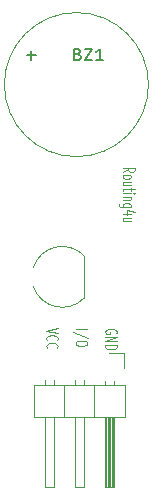
<source format=gbr>
%TF.GenerationSoftware,KiCad,Pcbnew,8.0.3*%
%TF.CreationDate,2024-07-03T12:43:34+02:00*%
%TF.ProjectId,Passive Buzzer Module,50617373-6976-4652-9042-757a7a657220,rev?*%
%TF.SameCoordinates,Original*%
%TF.FileFunction,Legend,Top*%
%TF.FilePolarity,Positive*%
%FSLAX46Y46*%
G04 Gerber Fmt 4.6, Leading zero omitted, Abs format (unit mm)*
G04 Created by KiCad (PCBNEW 8.0.3) date 2024-07-03 12:43:34*
%MOMM*%
%LPD*%
G01*
G04 APERTURE LIST*
%ADD10C,0.100000*%
%ADD11C,0.150000*%
%ADD12C,0.120000*%
G04 APERTURE END LIST*
D10*
X141127580Y-95887446D02*
X141603771Y-95672646D01*
X141127580Y-95519217D02*
X142127580Y-95519217D01*
X142127580Y-95519217D02*
X142127580Y-95764703D01*
X142127580Y-95764703D02*
X142079961Y-95826074D01*
X142079961Y-95826074D02*
X142032342Y-95856760D01*
X142032342Y-95856760D02*
X141937104Y-95887446D01*
X141937104Y-95887446D02*
X141794247Y-95887446D01*
X141794247Y-95887446D02*
X141699009Y-95856760D01*
X141699009Y-95856760D02*
X141651390Y-95826074D01*
X141651390Y-95826074D02*
X141603771Y-95764703D01*
X141603771Y-95764703D02*
X141603771Y-95519217D01*
X141127580Y-96255674D02*
X141175200Y-96194303D01*
X141175200Y-96194303D02*
X141222819Y-96163617D01*
X141222819Y-96163617D02*
X141318057Y-96132931D01*
X141318057Y-96132931D02*
X141603771Y-96132931D01*
X141603771Y-96132931D02*
X141699009Y-96163617D01*
X141699009Y-96163617D02*
X141746628Y-96194303D01*
X141746628Y-96194303D02*
X141794247Y-96255674D01*
X141794247Y-96255674D02*
X141794247Y-96347731D01*
X141794247Y-96347731D02*
X141746628Y-96409103D01*
X141746628Y-96409103D02*
X141699009Y-96439789D01*
X141699009Y-96439789D02*
X141603771Y-96470474D01*
X141603771Y-96470474D02*
X141318057Y-96470474D01*
X141318057Y-96470474D02*
X141222819Y-96439789D01*
X141222819Y-96439789D02*
X141175200Y-96409103D01*
X141175200Y-96409103D02*
X141127580Y-96347731D01*
X141127580Y-96347731D02*
X141127580Y-96255674D01*
X141794247Y-97022818D02*
X141127580Y-97022818D01*
X141794247Y-96746646D02*
X141270438Y-96746646D01*
X141270438Y-96746646D02*
X141175200Y-96777332D01*
X141175200Y-96777332D02*
X141127580Y-96838703D01*
X141127580Y-96838703D02*
X141127580Y-96930760D01*
X141127580Y-96930760D02*
X141175200Y-96992132D01*
X141175200Y-96992132D02*
X141222819Y-97022818D01*
X141794247Y-97237618D02*
X141794247Y-97483104D01*
X142127580Y-97329675D02*
X141270438Y-97329675D01*
X141270438Y-97329675D02*
X141175200Y-97360361D01*
X141175200Y-97360361D02*
X141127580Y-97421732D01*
X141127580Y-97421732D02*
X141127580Y-97483104D01*
X141127580Y-97697904D02*
X141794247Y-97697904D01*
X142127580Y-97697904D02*
X142079961Y-97667218D01*
X142079961Y-97667218D02*
X142032342Y-97697904D01*
X142032342Y-97697904D02*
X142079961Y-97728590D01*
X142079961Y-97728590D02*
X142127580Y-97697904D01*
X142127580Y-97697904D02*
X142032342Y-97697904D01*
X141794247Y-98004761D02*
X141127580Y-98004761D01*
X141699009Y-98004761D02*
X141746628Y-98035447D01*
X141746628Y-98035447D02*
X141794247Y-98096818D01*
X141794247Y-98096818D02*
X141794247Y-98188875D01*
X141794247Y-98188875D02*
X141746628Y-98250247D01*
X141746628Y-98250247D02*
X141651390Y-98280933D01*
X141651390Y-98280933D02*
X141127580Y-98280933D01*
X141794247Y-98863962D02*
X140984723Y-98863962D01*
X140984723Y-98863962D02*
X140889485Y-98833276D01*
X140889485Y-98833276D02*
X140841866Y-98802590D01*
X140841866Y-98802590D02*
X140794247Y-98741219D01*
X140794247Y-98741219D02*
X140794247Y-98649162D01*
X140794247Y-98649162D02*
X140841866Y-98587790D01*
X141175200Y-98863962D02*
X141127580Y-98802590D01*
X141127580Y-98802590D02*
X141127580Y-98679847D01*
X141127580Y-98679847D02*
X141175200Y-98618476D01*
X141175200Y-98618476D02*
X141222819Y-98587790D01*
X141222819Y-98587790D02*
X141318057Y-98557104D01*
X141318057Y-98557104D02*
X141603771Y-98557104D01*
X141603771Y-98557104D02*
X141699009Y-98587790D01*
X141699009Y-98587790D02*
X141746628Y-98618476D01*
X141746628Y-98618476D02*
X141794247Y-98679847D01*
X141794247Y-98679847D02*
X141794247Y-98802590D01*
X141794247Y-98802590D02*
X141746628Y-98863962D01*
X141794247Y-99446991D02*
X141127580Y-99446991D01*
X142175200Y-99293562D02*
X141460914Y-99140133D01*
X141460914Y-99140133D02*
X141460914Y-99539048D01*
X141794247Y-100060705D02*
X141127580Y-100060705D01*
X141794247Y-99784533D02*
X141270438Y-99784533D01*
X141270438Y-99784533D02*
X141175200Y-99815219D01*
X141175200Y-99815219D02*
X141127580Y-99876590D01*
X141127580Y-99876590D02*
X141127580Y-99968647D01*
X141127580Y-99968647D02*
X141175200Y-100030019D01*
X141175200Y-100030019D02*
X141222819Y-100060705D01*
X140579961Y-109556760D02*
X140627580Y-109495389D01*
X140627580Y-109495389D02*
X140627580Y-109403331D01*
X140627580Y-109403331D02*
X140579961Y-109311274D01*
X140579961Y-109311274D02*
X140484723Y-109249903D01*
X140484723Y-109249903D02*
X140389485Y-109219217D01*
X140389485Y-109219217D02*
X140199009Y-109188531D01*
X140199009Y-109188531D02*
X140056152Y-109188531D01*
X140056152Y-109188531D02*
X139865676Y-109219217D01*
X139865676Y-109219217D02*
X139770438Y-109249903D01*
X139770438Y-109249903D02*
X139675200Y-109311274D01*
X139675200Y-109311274D02*
X139627580Y-109403331D01*
X139627580Y-109403331D02*
X139627580Y-109464703D01*
X139627580Y-109464703D02*
X139675200Y-109556760D01*
X139675200Y-109556760D02*
X139722819Y-109587446D01*
X139722819Y-109587446D02*
X140056152Y-109587446D01*
X140056152Y-109587446D02*
X140056152Y-109464703D01*
X139627580Y-109863617D02*
X140627580Y-109863617D01*
X140627580Y-109863617D02*
X139627580Y-110231846D01*
X139627580Y-110231846D02*
X140627580Y-110231846D01*
X139627580Y-110538703D02*
X140627580Y-110538703D01*
X140627580Y-110538703D02*
X140627580Y-110692132D01*
X140627580Y-110692132D02*
X140579961Y-110784189D01*
X140579961Y-110784189D02*
X140484723Y-110845560D01*
X140484723Y-110845560D02*
X140389485Y-110876246D01*
X140389485Y-110876246D02*
X140199009Y-110906932D01*
X140199009Y-110906932D02*
X140056152Y-110906932D01*
X140056152Y-110906932D02*
X139865676Y-110876246D01*
X139865676Y-110876246D02*
X139770438Y-110845560D01*
X139770438Y-110845560D02*
X139675200Y-110784189D01*
X139675200Y-110784189D02*
X139627580Y-110692132D01*
X139627580Y-110692132D02*
X139627580Y-110538703D01*
X137127580Y-109219217D02*
X138127580Y-109219217D01*
X138175200Y-109986360D02*
X136889485Y-109434017D01*
X138127580Y-110323903D02*
X138127580Y-110446646D01*
X138127580Y-110446646D02*
X138079961Y-110508017D01*
X138079961Y-110508017D02*
X137984723Y-110569389D01*
X137984723Y-110569389D02*
X137794247Y-110600074D01*
X137794247Y-110600074D02*
X137460914Y-110600074D01*
X137460914Y-110600074D02*
X137270438Y-110569389D01*
X137270438Y-110569389D02*
X137175200Y-110508017D01*
X137175200Y-110508017D02*
X137127580Y-110446646D01*
X137127580Y-110446646D02*
X137127580Y-110323903D01*
X137127580Y-110323903D02*
X137175200Y-110262532D01*
X137175200Y-110262532D02*
X137270438Y-110201160D01*
X137270438Y-110201160D02*
X137460914Y-110170474D01*
X137460914Y-110170474D02*
X137794247Y-110170474D01*
X137794247Y-110170474D02*
X137984723Y-110201160D01*
X137984723Y-110201160D02*
X138079961Y-110262532D01*
X138079961Y-110262532D02*
X138127580Y-110323903D01*
X135627580Y-109127160D02*
X134627580Y-109341960D01*
X134627580Y-109341960D02*
X135627580Y-109556760D01*
X134722819Y-110139789D02*
X134675200Y-110109103D01*
X134675200Y-110109103D02*
X134627580Y-110017046D01*
X134627580Y-110017046D02*
X134627580Y-109955674D01*
X134627580Y-109955674D02*
X134675200Y-109863617D01*
X134675200Y-109863617D02*
X134770438Y-109802246D01*
X134770438Y-109802246D02*
X134865676Y-109771560D01*
X134865676Y-109771560D02*
X135056152Y-109740874D01*
X135056152Y-109740874D02*
X135199009Y-109740874D01*
X135199009Y-109740874D02*
X135389485Y-109771560D01*
X135389485Y-109771560D02*
X135484723Y-109802246D01*
X135484723Y-109802246D02*
X135579961Y-109863617D01*
X135579961Y-109863617D02*
X135627580Y-109955674D01*
X135627580Y-109955674D02*
X135627580Y-110017046D01*
X135627580Y-110017046D02*
X135579961Y-110109103D01*
X135579961Y-110109103D02*
X135532342Y-110139789D01*
X134722819Y-110784189D02*
X134675200Y-110753503D01*
X134675200Y-110753503D02*
X134627580Y-110661446D01*
X134627580Y-110661446D02*
X134627580Y-110600074D01*
X134627580Y-110600074D02*
X134675200Y-110508017D01*
X134675200Y-110508017D02*
X134770438Y-110446646D01*
X134770438Y-110446646D02*
X134865676Y-110415960D01*
X134865676Y-110415960D02*
X135056152Y-110385274D01*
X135056152Y-110385274D02*
X135199009Y-110385274D01*
X135199009Y-110385274D02*
X135389485Y-110415960D01*
X135389485Y-110415960D02*
X135484723Y-110446646D01*
X135484723Y-110446646D02*
X135579961Y-110508017D01*
X135579961Y-110508017D02*
X135627580Y-110600074D01*
X135627580Y-110600074D02*
X135627580Y-110661446D01*
X135627580Y-110661446D02*
X135579961Y-110753503D01*
X135579961Y-110753503D02*
X135532342Y-110784189D01*
D11*
X137319047Y-85931009D02*
X137461904Y-85978628D01*
X137461904Y-85978628D02*
X137509523Y-86026247D01*
X137509523Y-86026247D02*
X137557142Y-86121485D01*
X137557142Y-86121485D02*
X137557142Y-86264342D01*
X137557142Y-86264342D02*
X137509523Y-86359580D01*
X137509523Y-86359580D02*
X137461904Y-86407200D01*
X137461904Y-86407200D02*
X137366666Y-86454819D01*
X137366666Y-86454819D02*
X136985714Y-86454819D01*
X136985714Y-86454819D02*
X136985714Y-85454819D01*
X136985714Y-85454819D02*
X137319047Y-85454819D01*
X137319047Y-85454819D02*
X137414285Y-85502438D01*
X137414285Y-85502438D02*
X137461904Y-85550057D01*
X137461904Y-85550057D02*
X137509523Y-85645295D01*
X137509523Y-85645295D02*
X137509523Y-85740533D01*
X137509523Y-85740533D02*
X137461904Y-85835771D01*
X137461904Y-85835771D02*
X137414285Y-85883390D01*
X137414285Y-85883390D02*
X137319047Y-85931009D01*
X137319047Y-85931009D02*
X136985714Y-85931009D01*
X137890476Y-85454819D02*
X138557142Y-85454819D01*
X138557142Y-85454819D02*
X137890476Y-86454819D01*
X137890476Y-86454819D02*
X138557142Y-86454819D01*
X139461904Y-86454819D02*
X138890476Y-86454819D01*
X139176190Y-86454819D02*
X139176190Y-85454819D01*
X139176190Y-85454819D02*
X139080952Y-85597676D01*
X139080952Y-85597676D02*
X138985714Y-85692914D01*
X138985714Y-85692914D02*
X138890476Y-85740533D01*
X133009048Y-86033866D02*
X133770953Y-86033866D01*
X133390000Y-86414819D02*
X133390000Y-85652914D01*
D12*
%TO.C,Q1*%
X137850000Y-106570000D02*
X137850000Y-102970000D01*
X137841741Y-106581875D02*
G75*
G02*
X133550000Y-105590000I-1841741J1811875D01*
G01*
X133550000Y-103990000D02*
G75*
G02*
X137827684Y-102961555I2450000J-780000D01*
G01*
%TO.C,J1*%
X141270000Y-111230000D02*
X141270000Y-112500000D01*
X140000000Y-111230000D02*
X141270000Y-111230000D01*
X137840000Y-113542929D02*
X137840000Y-113940000D01*
X137080000Y-113542929D02*
X137080000Y-113940000D01*
X135300000Y-113542929D02*
X135300000Y-113940000D01*
X134540000Y-113542929D02*
X134540000Y-113940000D01*
X140380000Y-113610000D02*
X140380000Y-113940000D01*
X139620000Y-113610000D02*
X139620000Y-113940000D01*
X141330000Y-113940000D02*
X133590000Y-113940000D01*
X138730000Y-113940000D02*
X138730000Y-116600000D01*
X136190000Y-113940000D02*
X136190000Y-116600000D01*
X133590000Y-113940000D02*
X133590000Y-116600000D01*
X141330000Y-116600000D02*
X141330000Y-113940000D01*
X140380000Y-116600000D02*
X140380000Y-122600000D01*
X140320000Y-116600000D02*
X140320000Y-122600000D01*
X140200000Y-116600000D02*
X140200000Y-122600000D01*
X140080000Y-116600000D02*
X140080000Y-122600000D01*
X139960000Y-116600000D02*
X139960000Y-122600000D01*
X139840000Y-116600000D02*
X139840000Y-122600000D01*
X139720000Y-116600000D02*
X139720000Y-122600000D01*
X137840000Y-116600000D02*
X137840000Y-122600000D01*
X135300000Y-116600000D02*
X135300000Y-122600000D01*
X133590000Y-116600000D02*
X141330000Y-116600000D01*
X140380000Y-122600000D02*
X139620000Y-122600000D01*
X139620000Y-122600000D02*
X139620000Y-116600000D01*
X137840000Y-122600000D02*
X137080000Y-122600000D01*
X137080000Y-122600000D02*
X137080000Y-116600000D01*
X135300000Y-122600000D02*
X134540000Y-122600000D01*
X134540000Y-122600000D02*
X134540000Y-116600000D01*
%TO.C,BZ1*%
X143300000Y-88500000D02*
G75*
G02*
X131100000Y-88500000I-6100000J0D01*
G01*
X131100000Y-88500000D02*
G75*
G02*
X143300000Y-88500000I6100000J0D01*
G01*
%TD*%
M02*

</source>
